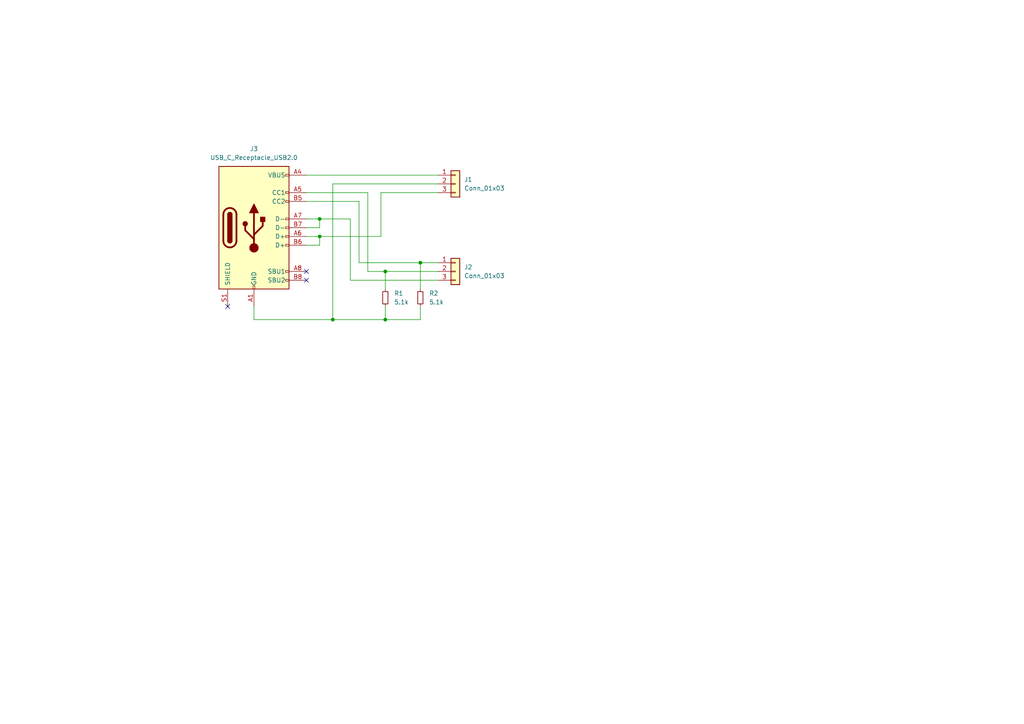
<source format=kicad_sch>
(kicad_sch (version 20230121) (generator eeschema)
  (paper "A4")
  (title_block (title "USB-C_PCB_Receptacle") (date "2025-02-08") (rev "v1.0") (company "@suzan_works"))
  (lib_symbols
    (symbol "Connector:USB_C_Receptacle_USB2.0" (pin_names (offset 1.016))
      (property "Reference" "J" (at -10.16 19.05 0))
      (property "Value" "USB_C_Receptacle_USB2.0" (at 19.05 19.05 0))
      (symbol "USB_C_Receptacle_USB2.0_0_0"
        (rectangle (start -0.254 -17.78) (end 0.254 -16.764))
        (rectangle (start 10.16 -14.986) (end 9.144 -15.494))
        (rectangle (start 10.16 -12.446) (end 9.144 -12.954))
        (rectangle (start 10.16 -4.826) (end 9.144 -5.334))
        (rectangle (start 10.16 -2.286) (end 9.144 -2.794))
        (rectangle (start 10.16 0.254) (end 9.144 -0.254))
        (rectangle (start 10.16 2.794) (end 9.144 2.286))
        (rectangle (start 10.16 7.874) (end 9.144 7.366))
        (rectangle (start 10.16 10.414) (end 9.144 9.906))
        (rectangle (start 10.16 15.494) (end 9.144 14.986))
      )
      (symbol "USB_C_Receptacle_USB2.0_0_1"
        (rectangle (start -10.16 17.78) (end 10.16 -17.78) (stroke (width 0.254)) (fill (type background)))
        (arc (start -8.89 -3.81) (mid -6.985 -5.7067) (end -5.08 -3.81) (stroke (width 0.508)))
        (arc (start -7.62 -3.81) (mid -6.985 -4.4423) (end -6.35 -3.81) (stroke (width 0.254)))
        (arc (start -7.62 -3.81) (mid -6.985 -4.4423) (end -6.35 -3.81) (stroke (width 0.254)) (fill (type outline)))
        (rectangle (start -7.62 -3.81) (end -6.35 3.81) (stroke (width 0.254)) (fill (type outline)))
        (arc (start -6.35 3.81) (mid -6.985 4.4423) (end -7.62 3.81) (stroke (width 0.254)))
        (arc (start -6.35 3.81) (mid -6.985 4.4423) (end -7.62 3.81) (stroke (width 0.254)) (fill (type outline)))
        (arc (start -5.08 3.81) (mid -6.985 5.7067) (end -8.89 3.81) (stroke (width 0.508)))
        (circle (center -2.54 1.143) (radius 0.635) (stroke (width 0.254)) (fill (type outline)))
        (circle (center 0 -5.842) (radius 1.27) (fill (type outline)))
        (polyline (pts (xy -8.89 -3.81) (xy -8.89 3.81)) (stroke (width 0.508)))
        (polyline (pts (xy -5.08 3.81) (xy -5.08 -3.81)) (stroke (width 0.508)))
        (polyline (pts (xy 0 -5.842) (xy 0 4.318)) (stroke (width 0.508)))
        (polyline (pts (xy 0 -3.302) (xy -2.54 -0.762) (xy -2.54 0.508)) (stroke (width 0.508)))
        (polyline (pts (xy 0 -2.032) (xy 2.54 0.508) (xy 2.54 1.778)) (stroke (width 0.508)))
        (polyline (pts (xy -1.27 4.318) (xy 0 6.858) (xy 1.27 4.318) (xy -1.27 4.318)) (stroke (width 0.254)) (fill (type outline)))
        (rectangle (start 1.905 1.778) (end 3.175 3.048) (stroke (width 0.254)) (fill (type outline)))
      )
      (symbol "USB_C_Receptacle_USB2.0_1_1"
        (pin passive line (at 0 -22.86 90) (length 5.08) (name "GND") (number "A1"))
        (pin passive line (at 0 -22.86 90) (length 5.08) hide (name "GND") (number "A12"))
        (pin passive line (at 15.24 15.24 180) (length 5.08) (name "VBUS") (number "A4"))
        (pin bidirectional line (at 15.24 10.16 180) (length 5.08) (name "CC1") (number "A5"))
        (pin bidirectional line (at 15.24 -2.54 180) (length 5.08) (name "D+") (number "A6"))
        (pin bidirectional line (at 15.24 2.54 180) (length 5.08) (name "D-") (number "A7"))
        (pin bidirectional line (at 15.24 -12.7 180) (length 5.08) (name "SBU1") (number "A8"))
        (pin passive line (at 15.24 15.24 180) (length 5.08) hide (name "VBUS") (number "A9"))
        (pin passive line (at 0 -22.86 90) (length 5.08) hide (name "GND") (number "B1"))
        (pin passive line (at 0 -22.86 90) (length 5.08) hide (name "GND") (number "B12"))
        (pin passive line (at 15.24 15.24 180) (length 5.08) hide (name "VBUS") (number "B4"))
        (pin bidirectional line (at 15.24 7.62 180) (length 5.08) (name "CC2") (number "B5"))
        (pin bidirectional line (at 15.24 -5.08 180) (length 5.08) (name "D+") (number "B6"))
        (pin bidirectional line (at 15.24 0 180) (length 5.08) (name "D-") (number "B7"))
        (pin bidirectional line (at 15.24 -15.24 180) (length 5.08) (name "SBU2") (number "B8"))
        (pin passive line (at 15.24 15.24 180) (length 5.08) hide (name "VBUS") (number "B9"))
        (pin passive line (at -7.62 -22.86 90) (length 5.08) (name "SHIELD") (number "S1"))
      )
    )
    (symbol "Connector_Generic:Conn_01x03" (pin_names (offset 1.016) hide)
      (property "Reference" "J" (at 0 5.08 0))
      (property "Value" "Conn_01x03" (at 0 -5.08 0))
      (symbol "Conn_01x03_1_1"
        (rectangle (start -1.27 -2.413) (end 0 -2.667) (stroke (width 0.1524)))
        (rectangle (start -1.27 0.127) (end 0 -0.127) (stroke (width 0.1524)))
        (rectangle (start -1.27 2.667) (end 0 2.413) (stroke (width 0.1524)))
        (rectangle (start -1.27 3.81) (end 1.27 -3.81) (stroke (width 0.254)) (fill (type background)))
        (pin passive line (at -5.08 2.54 0) (length 3.81) (name "Pin_1") (number "1"))
        (pin passive line (at -5.08 0 0) (length 3.81) (name "Pin_2") (number "2"))
        (pin passive line (at -5.08 -2.54 0) (length 3.81) (name "Pin_3") (number "3"))
      )
    )
    (symbol "Device:R_Small" (pin_numbers hide) (pin_names (offset 0.254) hide)
      (property "Reference" "R" (at 0.762 0.508 0))
      (property "Value" "R_Small" (at 0.762 -1.016 0))
      (symbol "R_Small_0_1"
        (rectangle (start -0.762 1.778) (end 0.762 -1.778) (stroke (width 0.2032)))
      )
      (symbol "R_Small_1_1"
        (pin passive line (at 0 2.54 270) (length 0.762) (name "~") (number "1"))
        (pin passive line (at 0 -2.54 90) (length 0.762) (name "~") (number "2"))
      )
    )
  )
  (junction (at 111.76 92.71))
  (junction (at 111.76 78.74))
  (junction (at 92.71 68.58))
  (junction (at 121.92 76.2))
  (junction (at 96.52 92.71))
  (junction (at 92.71 63.5))
  (no_connect (at 88.9 81.28))
  (no_connect (at 66.04 88.9))
  (no_connect (at 88.9 78.74))
  (wire (pts (xy 92.71 66.04) (xy 92.71 63.5)))
  (wire (pts (xy 110.49 55.88) (xy 127 55.88)))
  (wire (pts (xy 88.9 66.04) (xy 92.71 66.04)))
  (wire (pts (xy 101.6 63.5) (xy 101.6 81.28)))
  (wire (pts (xy 101.6 81.28) (xy 127 81.28)))
  (wire (pts (xy 121.92 92.71) (xy 121.92 88.9)))
  (wire (pts (xy 88.9 68.58) (xy 92.71 68.58)))
  (wire (pts (xy 111.76 78.74) (xy 127 78.74)))
  (wire (pts (xy 88.9 63.5) (xy 92.71 63.5)))
  (wire (pts (xy 104.14 76.2) (xy 121.92 76.2)))
  (wire (pts (xy 96.52 53.34) (xy 127 53.34)))
  (wire (pts (xy 88.9 50.8) (xy 127 50.8)))
  (wire (pts (xy 111.76 92.71) (xy 121.92 92.71)))
  (wire (pts (xy 88.9 71.12) (xy 92.71 71.12)))
  (wire (pts (xy 73.66 92.71) (xy 73.66 88.9)))
  (wire (pts (xy 96.52 92.71) (xy 96.52 53.34)))
  (wire (pts (xy 104.14 58.42) (xy 104.14 76.2)))
  (wire (pts (xy 110.49 68.58) (xy 110.49 55.88)))
  (wire (pts (xy 92.71 63.5) (xy 101.6 63.5)))
  (wire (pts (xy 111.76 78.74) (xy 111.76 83.82)))
  (wire (pts (xy 96.52 92.71) (xy 111.76 92.71)))
  (wire (pts (xy 111.76 88.9) (xy 111.76 92.71)))
  (wire (pts (xy 88.9 58.42) (xy 104.14 58.42)))
  (wire (pts (xy 106.68 78.74) (xy 111.76 78.74)))
  (wire (pts (xy 73.66 92.71) (xy 96.52 92.71)))
  (wire (pts (xy 121.92 76.2) (xy 121.92 83.82)))
  (wire (pts (xy 121.92 76.2) (xy 127 76.2)))
  (wire (pts (xy 92.71 68.58) (xy 110.49 68.58)))
  (wire (pts (xy 106.68 55.88) (xy 106.68 78.74)))
  (wire (pts (xy 92.71 68.58) (xy 92.71 71.12)))
  (wire (pts (xy 88.9 55.88) (xy 106.68 55.88)))
  (symbol (lib_id "Device:R_Small") (at 111.76 86.36 0) (unit 1)
    (property "Reference" "R1" (at 114.3 85.09 0) (effects (justify left)))
    (property "Value" "5.1k" (at 114.3 87.63 0) (effects (justify left)))
    (property "Footprint" "Resistor_SMD:R_0603_1608Metric" (effects hide))
  )
  (symbol (lib_id "Device:R_Small") (at 121.92 86.36 0) (unit 1)
    (property "Reference" "R2" (at 124.46 85.09 0) (effects (justify left)))
    (property "Value" "5.1k" (at 124.46 87.63 0) (effects (justify left)))
    (property "Footprint" "Resistor_SMD:R_0603_1608Metric" (effects hide))
  )
  (symbol (lib_id "Connector_Generic:Conn_01x03") (at 132.08 53.34 0) (unit 1)
    (property "Reference" "J1" (at 134.62 52.07 0) (effects (justify left)))
    (property "Value" "Conn_01x03" (at 134.62 54.61 0) (effects (justify left)))
    (property "Footprint" "Connector_PinHeader_2.54mm:PinHeader_1x03_P2.54mm_Vertical" (effects hide))
  )
  (symbol (lib_id "Connector_Generic:Conn_01x03") (at 132.08 78.74 0) (unit 1)
    (property "Reference" "J2" (at 134.62 77.47 0) (effects (justify left)))
    (property "Value" "Conn_01x03" (at 134.62 80.01 0) (effects (justify left)))
    (property "Footprint" "Connector_PinHeader_2.54mm:PinHeader_1x03_P2.54mm_Vertical" (effects hide))
  )
  (symbol (lib_id "Connector:USB_C_Receptacle_USB2.0") (at 73.66 66.04 0) (unit 1)
    (property "Reference" "J3" (at 73.66 43.18 0))
    (property "Value" "USB_C_Receptacle_USB2.0" (at 73.66 45.72 0))
    (property "Footprint" "0_My_Library:USB-C_PCBPLUG" (effects hide))
    (property "Datasheet" "https://www.usb.org/sites/default/files/documents/usb_type-c.zip" (effects hide))
  )
)
</source>
